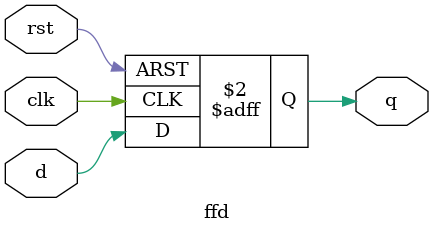
<source format=v>
module ffd(rst,clk,d,q);
input rst,clk,d;
output reg q;

always@(posedge clk, posedge rst) begin
	if(rst) q<=1'b0;
	else
		q<=d;
	
end

endmodule

</source>
